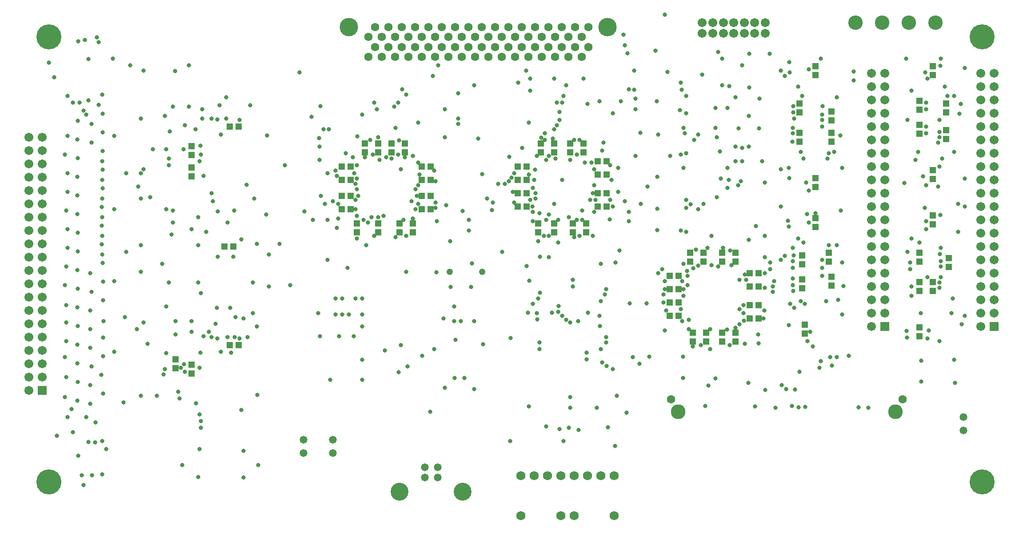
<source format=gbs>
%FSLAX24Y24*%
%MOIN*%
G70*
G01*
G75*
G04 Layer_Color=16711935*
G04 Layer_Color=16711935*
%ADD10C,0.0080*%
%ADD11R,0.0157X0.0846*%
%ADD12R,0.0157X0.0846*%
%ADD13R,0.0945X0.1024*%
%ADD14R,0.0650X0.0085*%
%ADD15R,0.0846X0.0157*%
%ADD16R,0.0394X0.0433*%
%ADD17R,0.0118X0.0610*%
%ADD18R,0.0846X0.0157*%
%ADD19R,0.0610X0.0118*%
%ADD20R,0.0600X0.0150*%
%ADD21O,0.0600X0.0150*%
%ADD22R,0.0236X0.0866*%
%ADD23R,0.0433X0.0394*%
%ADD24R,0.0866X0.0787*%
%ADD25R,0.0787X0.0866*%
%ADD26R,0.0157X0.0630*%
%ADD27R,0.0630X0.0157*%
%ADD28R,0.0709X0.0630*%
%ADD29R,0.0709X0.0709*%
%ADD30R,0.0512X0.0591*%
%ADD31R,0.0591X0.0512*%
%ADD32R,0.0807X0.0236*%
%ADD33R,0.1024X0.0945*%
%ADD34R,0.1000X0.1400*%
%ADD35R,0.0300X0.0600*%
%ADD36R,0.1417X0.0315*%
%ADD37R,0.1240X0.1360*%
%ADD38R,0.0173X0.0787*%
%ADD39R,0.0173X0.0787*%
%ADD40R,0.0984X0.2362*%
%ADD41O,0.0394X0.0170*%
%ADD42R,0.0394X0.0170*%
%ADD43R,0.0394X0.0236*%
%ADD44R,0.0177X0.0807*%
%ADD45R,0.0177X0.0807*%
%ADD46R,0.0571X0.0118*%
%ADD47C,0.0100*%
%ADD48C,0.0160*%
%ADD49C,0.0070*%
%ADD50C,0.0110*%
%ADD51C,0.0200*%
%ADD52C,0.0120*%
%ADD53C,0.0300*%
%ADD54C,0.0400*%
%ADD55C,0.0500*%
%ADD56C,0.1260*%
%ADD57C,0.1800*%
%ADD58C,0.0600*%
%ADD59R,0.0591X0.0591*%
%ADD60C,0.0591*%
%ADD61C,0.1300*%
%ADD62C,0.0550*%
%ADD63C,0.1024*%
%ADD64C,0.0551*%
%ADD65C,0.1000*%
%ADD66C,0.0250*%
%ADD67C,0.0079*%
%ADD68C,0.0098*%
%ADD69C,0.0060*%
%ADD70C,0.0098*%
%ADD71C,0.0039*%
%ADD72R,0.0079X0.0197*%
%ADD73R,0.0079X0.0197*%
%ADD74C,0.0020*%
%ADD75R,0.0197X0.0079*%
%ADD76R,0.0197X0.0079*%
%ADD77R,0.0079X0.0197*%
%ADD78R,0.0197X0.0079*%
%ADD79R,0.0237X0.0926*%
%ADD80R,0.0237X0.0926*%
%ADD81R,0.1025X0.1104*%
%ADD82R,0.0730X0.0165*%
%ADD83R,0.0926X0.0237*%
%ADD84R,0.0474X0.0513*%
%ADD85R,0.0198X0.0690*%
%ADD86R,0.0926X0.0237*%
%ADD87R,0.0690X0.0198*%
%ADD88R,0.0680X0.0230*%
%ADD89O,0.0680X0.0230*%
%ADD90R,0.0316X0.0946*%
%ADD91R,0.0513X0.0474*%
%ADD92R,0.0946X0.0867*%
%ADD93R,0.0867X0.0946*%
%ADD94R,0.0237X0.0710*%
%ADD95R,0.0710X0.0237*%
%ADD96R,0.0789X0.0710*%
%ADD97R,0.0789X0.0789*%
%ADD98R,0.0592X0.0671*%
%ADD99R,0.0671X0.0592*%
%ADD100R,0.0887X0.0316*%
%ADD101R,0.1104X0.1025*%
%ADD102R,0.1080X0.1480*%
%ADD103R,0.0380X0.0680*%
%ADD104R,0.1497X0.0395*%
%ADD105R,0.1320X0.1440*%
%ADD106R,0.0253X0.0867*%
%ADD107R,0.0253X0.0867*%
%ADD108R,0.1064X0.2442*%
%ADD109O,0.0474X0.0250*%
%ADD110R,0.0474X0.0250*%
%ADD111R,0.0474X0.0316*%
%ADD112R,0.0257X0.0887*%
%ADD113R,0.0257X0.0887*%
%ADD114R,0.0651X0.0198*%
%ADD115C,0.0480*%
%ADD116C,0.0580*%
%ADD117C,0.1340*%
%ADD118C,0.1880*%
%ADD119C,0.0680*%
%ADD120R,0.0671X0.0671*%
%ADD121C,0.0671*%
%ADD122C,0.1380*%
%ADD123C,0.0630*%
%ADD124C,0.1104*%
%ADD125C,0.0631*%
%ADD126C,0.1080*%
%ADD127C,0.0330*%
D84*
X87800Y50265D02*
D03*
Y50935D02*
D03*
Y59865D02*
D03*
Y60535D02*
D03*
Y48065D02*
D03*
Y48735D02*
D03*
Y61665D02*
D03*
Y62335D02*
D03*
X79000Y48265D02*
D03*
Y48935D02*
D03*
Y50065D02*
D03*
Y50735D02*
D03*
X78800Y59935D02*
D03*
Y59265D02*
D03*
Y61465D02*
D03*
Y62135D02*
D03*
X88800Y48735D02*
D03*
Y48065D02*
D03*
X90000Y49865D02*
D03*
Y50535D02*
D03*
X89800Y61465D02*
D03*
Y62135D02*
D03*
Y59465D02*
D03*
Y60135D02*
D03*
X71800Y44935D02*
D03*
Y44265D02*
D03*
X73000Y50265D02*
D03*
Y50935D02*
D03*
X71600D02*
D03*
Y50265D02*
D03*
X73000Y44265D02*
D03*
Y44935D02*
D03*
X70800D02*
D03*
Y44265D02*
D03*
X74000Y44935D02*
D03*
Y44265D02*
D03*
Y50265D02*
D03*
Y50935D02*
D03*
X70600Y50265D02*
D03*
Y50935D02*
D03*
X33200Y56665D02*
D03*
Y58935D02*
D03*
Y58265D02*
D03*
Y42535D02*
D03*
Y41865D02*
D03*
X60400Y53135D02*
D03*
Y52465D02*
D03*
X61600Y58465D02*
D03*
Y59135D02*
D03*
X60400D02*
D03*
Y58465D02*
D03*
X61800Y52465D02*
D03*
Y53135D02*
D03*
X59200D02*
D03*
Y52465D02*
D03*
X62800Y53135D02*
D03*
Y52465D02*
D03*
X59400Y58465D02*
D03*
Y59135D02*
D03*
X62600Y58465D02*
D03*
Y59135D02*
D03*
X48800Y52465D02*
D03*
Y53135D02*
D03*
X47200Y59135D02*
D03*
Y58465D02*
D03*
X48200D02*
D03*
Y59135D02*
D03*
X47200Y53135D02*
D03*
Y52465D02*
D03*
X45600Y53135D02*
D03*
Y52465D02*
D03*
X49800Y53135D02*
D03*
Y52465D02*
D03*
X46200Y58465D02*
D03*
Y59135D02*
D03*
X49200Y58465D02*
D03*
Y59135D02*
D03*
X32000Y42935D02*
D03*
X80000Y64935D02*
D03*
Y64265D02*
D03*
Y56535D02*
D03*
Y55865D02*
D03*
Y53535D02*
D03*
Y52865D02*
D03*
X79200Y45535D02*
D03*
Y44865D02*
D03*
X87800Y45335D02*
D03*
Y44665D02*
D03*
X88800Y53735D02*
D03*
Y53065D02*
D03*
Y57135D02*
D03*
Y56465D02*
D03*
Y64935D02*
D03*
Y64265D02*
D03*
X81200Y60865D02*
D03*
Y61535D02*
D03*
Y59935D02*
D03*
Y59265D02*
D03*
X81000Y50935D02*
D03*
Y50265D02*
D03*
X81200Y49135D02*
D03*
Y48465D02*
D03*
X32000Y42265D02*
D03*
X33200Y57335D02*
D03*
D91*
X75065Y47000D02*
D03*
X75735D02*
D03*
X69735Y48200D02*
D03*
X69065D02*
D03*
Y47200D02*
D03*
X69735D02*
D03*
X75735Y48400D02*
D03*
X75065D02*
D03*
X69735Y49200D02*
D03*
X69065D02*
D03*
X69735Y46200D02*
D03*
X69065D02*
D03*
X75065Y46000D02*
D03*
X75735D02*
D03*
X75065Y49400D02*
D03*
X75735D02*
D03*
X36065Y60400D02*
D03*
X36735D02*
D03*
X36335Y51400D02*
D03*
X63665Y55400D02*
D03*
X64335D02*
D03*
X58335Y56400D02*
D03*
X57665D02*
D03*
X64335Y56800D02*
D03*
X63665D02*
D03*
X58335Y54400D02*
D03*
X57665D02*
D03*
X58335Y57400D02*
D03*
X57665D02*
D03*
X63665Y57800D02*
D03*
X64335D02*
D03*
X63665Y54400D02*
D03*
X64335D02*
D03*
X51135Y56400D02*
D03*
X50465D02*
D03*
X44465Y55200D02*
D03*
X45135D02*
D03*
Y56400D02*
D03*
X44465D02*
D03*
X50465Y55200D02*
D03*
X51135D02*
D03*
X50465Y54200D02*
D03*
X51135D02*
D03*
X50465Y57400D02*
D03*
X51135D02*
D03*
X45135D02*
D03*
X44465D02*
D03*
X45135Y54200D02*
D03*
X44465D02*
D03*
X36065Y44000D02*
D03*
X36735D02*
D03*
X35665Y51400D02*
D03*
X58335Y55400D02*
D03*
X57665D02*
D03*
D115*
X52560Y49500D02*
D03*
X55000D02*
D03*
D116*
X51674Y34067D02*
D03*
X50689Y34854D02*
D03*
X51674D02*
D03*
X50689Y34067D02*
D03*
X41600Y35900D02*
D03*
Y36900D02*
D03*
X43800Y35900D02*
D03*
Y36900D02*
D03*
X91100Y37600D02*
D03*
Y38600D02*
D03*
D117*
X53552Y33000D02*
D03*
X48811D02*
D03*
D118*
X22500Y67130D02*
D03*
X92500D02*
D03*
Y33750D02*
D03*
X22500D02*
D03*
D119*
X64900Y34200D02*
D03*
X63900D02*
D03*
X62900D02*
D03*
X61900D02*
D03*
X64900Y31200D02*
D03*
X61900D02*
D03*
X59900Y34200D02*
D03*
X60900D02*
D03*
X58900D02*
D03*
X57900D02*
D03*
X60900Y31200D02*
D03*
X57900D02*
D03*
D120*
X22000Y40600D02*
D03*
X93400Y45400D02*
D03*
X85200D02*
D03*
D121*
X21000Y40600D02*
D03*
X22000Y41600D02*
D03*
X21000D02*
D03*
X22000Y42600D02*
D03*
X21000D02*
D03*
X22000Y43600D02*
D03*
X21000D02*
D03*
X22000Y44600D02*
D03*
X21000D02*
D03*
X22000Y45600D02*
D03*
X21000D02*
D03*
X22000Y46600D02*
D03*
X21000D02*
D03*
X22000Y47600D02*
D03*
X21000D02*
D03*
X22000Y48600D02*
D03*
X21000D02*
D03*
X22000Y49600D02*
D03*
X21000D02*
D03*
X22000Y50600D02*
D03*
X21000D02*
D03*
X22000Y51600D02*
D03*
X21000D02*
D03*
X22000Y52600D02*
D03*
X21000D02*
D03*
X22000Y53600D02*
D03*
X21000D02*
D03*
X22000Y54600D02*
D03*
X21000D02*
D03*
X22000Y55600D02*
D03*
X21000D02*
D03*
X22000Y56600D02*
D03*
X21000D02*
D03*
X22000Y57600D02*
D03*
X21000D02*
D03*
X22000Y58600D02*
D03*
X21000D02*
D03*
X22000Y59600D02*
D03*
X21000D02*
D03*
X92400Y64400D02*
D03*
X93400D02*
D03*
X92400Y63400D02*
D03*
X93400D02*
D03*
X92400Y62400D02*
D03*
X93400D02*
D03*
X92400Y61400D02*
D03*
X93400D02*
D03*
X92400Y60400D02*
D03*
X93400D02*
D03*
X92400Y59400D02*
D03*
X93400D02*
D03*
X92400Y58400D02*
D03*
X93400D02*
D03*
X92400Y57400D02*
D03*
X93400D02*
D03*
X92400Y56400D02*
D03*
X93400D02*
D03*
X92400Y55400D02*
D03*
X93400D02*
D03*
X92400Y54400D02*
D03*
X93400D02*
D03*
X92400Y53400D02*
D03*
X93400D02*
D03*
X92400Y52400D02*
D03*
X93400D02*
D03*
X92400Y51400D02*
D03*
X93400D02*
D03*
X92400Y50400D02*
D03*
X93400D02*
D03*
X92400Y49400D02*
D03*
X93400D02*
D03*
X92400Y48400D02*
D03*
X93400D02*
D03*
X92400Y47400D02*
D03*
X93400D02*
D03*
X92400Y46400D02*
D03*
X93400D02*
D03*
X92400Y45400D02*
D03*
X84200Y64400D02*
D03*
X85200D02*
D03*
X84200Y63400D02*
D03*
X85200D02*
D03*
X84200Y62400D02*
D03*
X85200D02*
D03*
X84200Y61400D02*
D03*
X85200D02*
D03*
X84200Y60400D02*
D03*
X85200D02*
D03*
X84200Y59400D02*
D03*
X85200D02*
D03*
X84200Y58400D02*
D03*
X85200D02*
D03*
X84200Y57400D02*
D03*
X85200D02*
D03*
X84200Y56400D02*
D03*
X85200D02*
D03*
X84200Y55400D02*
D03*
X85200D02*
D03*
X84200Y54400D02*
D03*
X85200D02*
D03*
X84200Y53400D02*
D03*
X85200D02*
D03*
X84200Y52400D02*
D03*
X85200D02*
D03*
X84200Y51400D02*
D03*
X85200D02*
D03*
X84200Y50400D02*
D03*
X85200D02*
D03*
X84200Y49400D02*
D03*
X85200D02*
D03*
X84200Y48400D02*
D03*
X85200D02*
D03*
X84200Y47400D02*
D03*
X85200D02*
D03*
X84200Y46400D02*
D03*
X85200D02*
D03*
X84200Y45400D02*
D03*
X76240Y68200D02*
D03*
Y67413D02*
D03*
X75453Y68200D02*
D03*
Y67413D02*
D03*
X74665Y68200D02*
D03*
Y67413D02*
D03*
X73878Y68200D02*
D03*
Y67413D02*
D03*
X73090Y68200D02*
D03*
Y67413D02*
D03*
X72303Y68200D02*
D03*
Y67413D02*
D03*
X71516Y68200D02*
D03*
Y67413D02*
D03*
D122*
X45000Y67880D02*
D03*
X64420D02*
D03*
D123*
X62960D02*
D03*
X62460Y67130D02*
D03*
X61960Y67880D02*
D03*
X61460Y67130D02*
D03*
X60460D02*
D03*
X59960Y67880D02*
D03*
X59460Y67130D02*
D03*
X58960Y67880D02*
D03*
X58460Y67130D02*
D03*
X57960Y67880D02*
D03*
X57460Y67130D02*
D03*
X56960Y67880D02*
D03*
X56460Y67130D02*
D03*
X55960Y67880D02*
D03*
X55460Y67130D02*
D03*
X54960Y67880D02*
D03*
X54460Y67130D02*
D03*
X53960Y67880D02*
D03*
X52460Y67130D02*
D03*
X51960Y67880D02*
D03*
X50460Y67130D02*
D03*
X49960Y67880D02*
D03*
X48460Y67130D02*
D03*
X46960Y67880D02*
D03*
X46460Y67130D02*
D03*
X62460Y65630D02*
D03*
X61960Y66380D02*
D03*
X61460Y65630D02*
D03*
X60960Y66380D02*
D03*
X60460Y65630D02*
D03*
X59960Y66380D02*
D03*
X59460Y65630D02*
D03*
X58960Y66380D02*
D03*
X58460Y65630D02*
D03*
X57960Y66380D02*
D03*
X57460Y65630D02*
D03*
X56960Y66380D02*
D03*
X56460Y65630D02*
D03*
X55960Y66380D02*
D03*
X55460Y65630D02*
D03*
X54960Y66380D02*
D03*
X54460Y65630D02*
D03*
X53960Y66380D02*
D03*
X53460Y65630D02*
D03*
X52960Y66380D02*
D03*
X52460Y65630D02*
D03*
X51960Y66380D02*
D03*
X51460Y65630D02*
D03*
X50960Y66380D02*
D03*
X50460Y65630D02*
D03*
X49960Y66380D02*
D03*
X49460Y65630D02*
D03*
X48960Y66380D02*
D03*
X48460Y65630D02*
D03*
X47960Y66380D02*
D03*
X47460Y65630D02*
D03*
X46960Y66380D02*
D03*
X46460Y65630D02*
D03*
X48960Y67880D02*
D03*
X49460Y67130D02*
D03*
X50960Y67880D02*
D03*
X51460Y67130D02*
D03*
X52960Y67880D02*
D03*
X53460Y67130D02*
D03*
X60960Y67880D02*
D03*
X47460Y67130D02*
D03*
X47960Y67880D02*
D03*
X62960Y66380D02*
D03*
D124*
X69713Y39000D02*
D03*
X86000D02*
D03*
D125*
X86531Y39945D02*
D03*
X69181D02*
D03*
D126*
X89000Y68200D02*
D03*
X87000D02*
D03*
X85000D02*
D03*
X83000D02*
D03*
D127*
X31981Y64581D02*
D03*
X33000Y65000D02*
D03*
X37090Y34090D02*
D03*
X38200Y35000D02*
D03*
X37090Y36090D02*
D03*
X54169Y48369D02*
D03*
X52632D02*
D03*
X52100Y46000D02*
D03*
X52900Y46900D02*
D03*
X53400Y45800D02*
D03*
X54400D02*
D03*
X74232Y60269D02*
D03*
X75000Y61200D02*
D03*
X75768Y60269D02*
D03*
X76000Y57800D02*
D03*
X75000Y58900D02*
D03*
X74500Y58800D02*
D03*
Y57800D02*
D03*
X74000Y58900D02*
D03*
Y57800D02*
D03*
X46000Y47500D02*
D03*
Y46300D02*
D03*
X45500Y47500D02*
D03*
X44500D02*
D03*
Y46300D02*
D03*
X44000Y47500D02*
D03*
Y46300D02*
D03*
X48724Y41976D02*
D03*
X42300Y53400D02*
D03*
X34700Y44600D02*
D03*
X34500Y45000D02*
D03*
X34120Y44680D02*
D03*
X31300Y43400D02*
D03*
X33535Y39635D02*
D03*
X33865Y43435D02*
D03*
X35400Y59800D02*
D03*
X35144Y60944D02*
D03*
X50000Y55700D02*
D03*
X49800Y58200D02*
D03*
X48700Y62200D02*
D03*
X49700Y54800D02*
D03*
X60400Y54600D02*
D03*
X61000Y56400D02*
D03*
X62700Y57700D02*
D03*
X63200D02*
D03*
X81600Y51500D02*
D03*
X87200Y47700D02*
D03*
Y48400D02*
D03*
X87100Y49700D02*
D03*
X88400Y49100D02*
D03*
X86900Y51000D02*
D03*
X87100Y50200D02*
D03*
X87807Y51693D02*
D03*
X87511Y57911D02*
D03*
X87707Y58507D02*
D03*
X88300Y59900D02*
D03*
Y60400D02*
D03*
X86900Y60900D02*
D03*
X88300Y62200D02*
D03*
Y61700D02*
D03*
X51565Y49465D02*
D03*
X47714Y43614D02*
D03*
X48500Y52100D02*
D03*
X49300Y49500D02*
D03*
X59800Y37900D02*
D03*
X82500Y43200D02*
D03*
X90984Y45584D02*
D03*
X86828Y45072D02*
D03*
X88072Y56672D02*
D03*
X91200Y56500D02*
D03*
Y54400D02*
D03*
X90700Y54600D02*
D03*
X91200Y46200D02*
D03*
Y64800D02*
D03*
X77700Y50700D02*
D03*
X77400Y50400D02*
D03*
X79800Y43900D02*
D03*
X77400Y57200D02*
D03*
X78000Y57300D02*
D03*
X78028Y56528D02*
D03*
X77400Y54400D02*
D03*
X77928Y53328D02*
D03*
X78000Y52900D02*
D03*
Y45500D02*
D03*
X77700Y64200D02*
D03*
X79500Y64700D02*
D03*
X79100Y58000D02*
D03*
Y51700D02*
D03*
X79200Y47100D02*
D03*
X77400Y64600D02*
D03*
X87200Y52000D02*
D03*
Y63100D02*
D03*
X86860Y44560D02*
D03*
X86660Y56160D02*
D03*
X88300Y53300D02*
D03*
X89296Y44304D02*
D03*
X89200Y55900D02*
D03*
X88228Y64472D02*
D03*
X78306Y49794D02*
D03*
X78339Y48061D02*
D03*
X78300Y48500D02*
D03*
X78306Y49006D02*
D03*
X78300Y51300D02*
D03*
Y50300D02*
D03*
X78361Y50739D02*
D03*
X78907Y58507D02*
D03*
X78265Y59265D02*
D03*
X78300Y59900D02*
D03*
Y60300D02*
D03*
X78335Y61465D02*
D03*
X78400Y61000D02*
D03*
X78339Y61939D02*
D03*
X89411Y51311D02*
D03*
X89339Y50839D02*
D03*
X89400Y50300D02*
D03*
X89406Y49894D02*
D03*
Y49106D02*
D03*
X89300Y48700D02*
D03*
Y48300D02*
D03*
X90300Y47500D02*
D03*
X90800Y61390D02*
D03*
X89200Y59200D02*
D03*
X90400Y58500D02*
D03*
Y62700D02*
D03*
X90900Y62100D02*
D03*
X89893Y62693D02*
D03*
X89300Y60900D02*
D03*
Y59600D02*
D03*
Y60000D02*
D03*
X54000Y53400D02*
D03*
X53535Y54065D02*
D03*
X52300Y54500D02*
D03*
X50200Y60700D02*
D03*
X53200Y61000D02*
D03*
X66065Y47135D02*
D03*
X67335D02*
D03*
X48500Y60300D02*
D03*
X68603Y47797D02*
D03*
X70000Y45800D02*
D03*
X68800Y46600D02*
D03*
X68600Y47200D02*
D03*
X69900Y46700D02*
D03*
X68700Y48200D02*
D03*
X70100D02*
D03*
X68700Y48800D02*
D03*
X70000D02*
D03*
X71022Y51178D02*
D03*
X70100Y50100D02*
D03*
X71219Y49981D02*
D03*
X71900Y51300D02*
D03*
X72700Y49900D02*
D03*
X73058Y51300D02*
D03*
X73600Y51100D02*
D03*
X73700Y50000D02*
D03*
X71731Y39431D02*
D03*
X76231Y40631D02*
D03*
X77000Y39300D02*
D03*
X77800Y40700D02*
D03*
X78231Y39431D02*
D03*
X78481Y40681D02*
D03*
X78731Y39331D02*
D03*
X79231Y39369D02*
D03*
X83231Y39331D02*
D03*
X83981Y39319D02*
D03*
X76200Y50600D02*
D03*
X76600Y50200D02*
D03*
X81600Y43100D02*
D03*
X76600Y49700D02*
D03*
X81100Y43100D02*
D03*
X76900Y48800D02*
D03*
X81231Y42469D02*
D03*
X76800Y48400D02*
D03*
X80400Y42800D02*
D03*
X80300Y42300D02*
D03*
X76800Y48000D02*
D03*
X74300Y46700D02*
D03*
X78800Y42000D02*
D03*
X74600Y46400D02*
D03*
X77481Y41019D02*
D03*
X74628Y45828D02*
D03*
X74300Y45563D02*
D03*
X75731Y44131D02*
D03*
X76200Y49400D02*
D03*
X74800Y48900D02*
D03*
X76200Y48300D02*
D03*
X74600Y47000D02*
D03*
X76184Y46616D02*
D03*
X76100Y46000D02*
D03*
X74700Y44100D02*
D03*
X73581Y44019D02*
D03*
X72100Y43700D02*
D03*
X74000Y45300D02*
D03*
X73384Y45184D02*
D03*
X72100Y45200D02*
D03*
X71400Y44000D02*
D03*
X70800Y43900D02*
D03*
X70500Y45200D02*
D03*
X62200Y45800D02*
D03*
X66000Y54000D02*
D03*
X65700Y54800D02*
D03*
X65200Y55500D02*
D03*
X66900Y54600D02*
D03*
X64300Y44200D02*
D03*
Y44600D02*
D03*
X64200Y47800D02*
D03*
X58551Y48849D02*
D03*
X58351Y49951D02*
D03*
X63900Y47300D02*
D03*
X58800Y47100D02*
D03*
X58449Y46449D02*
D03*
X57149Y44551D02*
D03*
X63400Y56000D02*
D03*
X59200Y47500D02*
D03*
X59350Y47950D02*
D03*
X59300Y44200D02*
D03*
Y43700D02*
D03*
X61800Y48900D02*
D03*
X60750Y46950D02*
D03*
X59100Y46400D02*
D03*
X59150Y45950D02*
D03*
X62950Y46450D02*
D03*
X63800Y46200D02*
D03*
X63850Y45450D02*
D03*
X63900Y43700D02*
D03*
X62850Y43450D02*
D03*
Y42950D02*
D03*
X64800Y42200D02*
D03*
X64350Y42450D02*
D03*
X63500Y54900D02*
D03*
X64000Y42700D02*
D03*
X66000Y53300D02*
D03*
X61600Y45700D02*
D03*
X63100Y54900D02*
D03*
X61300Y45900D02*
D03*
X65000Y50200D02*
D03*
X61000Y46200D02*
D03*
X65300Y51100D02*
D03*
X60700Y46500D02*
D03*
X61800Y48400D02*
D03*
X61500Y53600D02*
D03*
X34700Y55400D02*
D03*
X26500Y50800D02*
D03*
X35809Y62591D02*
D03*
X34700Y61000D02*
D03*
X37600Y62000D02*
D03*
X35300D02*
D03*
X35800Y61000D02*
D03*
X32600Y58700D02*
D03*
X32700Y42000D02*
D03*
X33800Y42300D02*
D03*
X32632Y42568D02*
D03*
X36952Y51948D02*
D03*
X38800Y53800D02*
D03*
X37900Y55000D02*
D03*
X35160Y50640D02*
D03*
X39800Y51600D02*
D03*
X39000Y48400D02*
D03*
Y50800D02*
D03*
X38100Y51600D02*
D03*
X60000Y53800D02*
D03*
X59800Y53400D02*
D03*
X59300Y53900D02*
D03*
X58800Y54000D02*
D03*
X55387Y55013D02*
D03*
X57213Y56587D02*
D03*
X58891Y56391D02*
D03*
X60500Y58013D02*
D03*
X60300Y59500D02*
D03*
X60800Y61500D02*
D03*
X61100Y62700D02*
D03*
X61600Y57900D02*
D03*
X57400Y56900D02*
D03*
X58500Y56800D02*
D03*
X58600Y54900D02*
D03*
X58778Y54422D02*
D03*
X57400Y54700D02*
D03*
X58800Y53300D02*
D03*
X59622Y52222D02*
D03*
X60000Y52200D02*
D03*
X60700Y53400D02*
D03*
X61900Y52100D02*
D03*
X62100Y53400D02*
D03*
X62500D02*
D03*
X63300Y52200D02*
D03*
X62300D02*
D03*
X64562Y53438D02*
D03*
X63300Y55400D02*
D03*
X63400Y54000D02*
D03*
X64800Y54400D02*
D03*
X64600Y54900D02*
D03*
X64691Y56391D02*
D03*
X63400Y57200D02*
D03*
X64600Y57500D02*
D03*
X62300Y59400D02*
D03*
X62100Y58300D02*
D03*
X61900Y59400D02*
D03*
X60000Y58200D02*
D03*
X59100D02*
D03*
X59700Y59400D02*
D03*
X47300Y57900D02*
D03*
X47800Y58100D02*
D03*
X45600Y56500D02*
D03*
X45400Y56900D02*
D03*
X44000Y57100D02*
D03*
X50000Y54200D02*
D03*
X51500Y54700D02*
D03*
X50200Y56000D02*
D03*
X51500Y56300D02*
D03*
X49800Y53500D02*
D03*
X49300Y52200D02*
D03*
X49100Y53400D02*
D03*
X47200Y53600D02*
D03*
X46900Y52200D02*
D03*
X45600Y52000D02*
D03*
X44200Y53500D02*
D03*
X45500Y54200D02*
D03*
X44219Y54619D02*
D03*
X45500Y54900D02*
D03*
Y56100D02*
D03*
X44100Y56700D02*
D03*
X45600Y57500D02*
D03*
X51500Y54300D02*
D03*
X50200Y54600D02*
D03*
X50100Y55200D02*
D03*
X50300Y56800D02*
D03*
X50200Y57700D02*
D03*
X51400Y57100D02*
D03*
X48700Y58300D02*
D03*
X48784Y59384D02*
D03*
X49200Y58100D02*
D03*
X48200Y58000D02*
D03*
X46800Y58300D02*
D03*
X47200Y59600D02*
D03*
X46200Y58100D02*
D03*
X46600Y59400D02*
D03*
X23900Y51300D02*
D03*
X26500Y57800D02*
D03*
Y52200D02*
D03*
Y53600D02*
D03*
Y55000D02*
D03*
Y56400D02*
D03*
X26240Y62040D02*
D03*
X23900Y52700D02*
D03*
X25300Y61300D02*
D03*
X23800Y54100D02*
D03*
X25100Y61600D02*
D03*
X23900Y55500D02*
D03*
X25472Y62372D02*
D03*
X23900Y56900D02*
D03*
X24800Y62200D02*
D03*
X23700Y58300D02*
D03*
X24300Y62200D02*
D03*
X23900Y59700D02*
D03*
Y62700D02*
D03*
X25200Y66900D02*
D03*
X24704Y35696D02*
D03*
X26800Y36200D02*
D03*
X23812Y49912D02*
D03*
X23700Y48500D02*
D03*
X26000Y38200D02*
D03*
X26496Y36804D02*
D03*
X23800Y47000D02*
D03*
Y45700D02*
D03*
X25984Y36716D02*
D03*
X23800Y44300D02*
D03*
X25300Y38600D02*
D03*
X23700Y43100D02*
D03*
X25472Y36728D02*
D03*
X23800Y41600D02*
D03*
X24200Y39200D02*
D03*
X23712Y40112D02*
D03*
X23900Y38600D02*
D03*
X36800Y60900D02*
D03*
X37335Y56035D02*
D03*
X34100Y56700D02*
D03*
X33900Y58300D02*
D03*
X33868Y58968D02*
D03*
X28100Y39700D02*
D03*
X32220Y40520D02*
D03*
X32300Y40000D02*
D03*
X28200Y46100D02*
D03*
X30600Y40200D02*
D03*
X31500Y48700D02*
D03*
X25600Y39600D02*
D03*
X33900Y37800D02*
D03*
X25600Y41000D02*
D03*
X33900Y38300D02*
D03*
X25700Y42400D02*
D03*
X33800Y38800D02*
D03*
X25600Y43800D02*
D03*
Y45200D02*
D03*
Y46600D02*
D03*
X25700Y48000D02*
D03*
X25600Y49400D02*
D03*
X27400Y43500D02*
D03*
X29100Y45200D02*
D03*
X27400Y48800D02*
D03*
X31000Y50100D02*
D03*
X33900Y47900D02*
D03*
X28300Y51000D02*
D03*
Y56900D02*
D03*
X31700Y52300D02*
D03*
X30300Y58700D02*
D03*
X33709Y48691D02*
D03*
X31300Y54200D02*
D03*
X33200Y52700D02*
D03*
X31800Y53200D02*
D03*
X27400Y54200D02*
D03*
X34300Y52500D02*
D03*
X31576Y60024D02*
D03*
X33700Y53600D02*
D03*
X27400Y59700D02*
D03*
X24656Y60856D02*
D03*
X24644Y59456D02*
D03*
X24656Y58056D02*
D03*
X24644Y56656D02*
D03*
Y55256D02*
D03*
Y53856D02*
D03*
X24656Y52456D02*
D03*
Y51056D02*
D03*
X24644Y49656D02*
D03*
X24656Y48256D02*
D03*
X24644Y46856D02*
D03*
X24656Y45456D02*
D03*
X24644Y44056D02*
D03*
Y42656D02*
D03*
X24656Y41256D02*
D03*
X24644Y39856D02*
D03*
X25700Y60600D02*
D03*
X31300Y58700D02*
D03*
X31500Y58000D02*
D03*
X25700Y59200D02*
D03*
X31500Y57500D02*
D03*
X29420Y56920D02*
D03*
X29200Y55900D02*
D03*
X30100Y55100D02*
D03*
X31800Y54100D02*
D03*
X46422Y53222D02*
D03*
X37809Y48691D02*
D03*
X44100Y52800D02*
D03*
X46300Y51500D02*
D03*
X46100Y53400D02*
D03*
X45600Y53700D02*
D03*
Y55700D02*
D03*
X43800Y54800D02*
D03*
X45700Y55200D02*
D03*
X38865Y59735D02*
D03*
X40200Y57500D02*
D03*
X26100Y67100D02*
D03*
X25472Y65472D02*
D03*
X26496Y62804D02*
D03*
X35100Y46800D02*
D03*
X37800Y46400D02*
D03*
X36100Y46800D02*
D03*
X31300Y46900D02*
D03*
X35000Y45600D02*
D03*
X36500Y46100D02*
D03*
X35912Y44600D02*
D03*
X36424D02*
D03*
X35144Y44500D02*
D03*
X38100Y45400D02*
D03*
X37100Y46000D02*
D03*
X37391Y44609D02*
D03*
X36800Y44500D02*
D03*
X36168Y43432D02*
D03*
X35400Y43500D02*
D03*
X31100Y41800D02*
D03*
X31200Y42223D02*
D03*
X33200Y45800D02*
D03*
X32000D02*
D03*
X25728Y34228D02*
D03*
X24311Y37489D02*
D03*
X29400Y61000D02*
D03*
Y55000D02*
D03*
Y49500D02*
D03*
X29900Y44100D02*
D03*
X36935Y39135D02*
D03*
X38135Y40265D02*
D03*
X42700Y46400D02*
D03*
X43200Y54600D02*
D03*
X42909Y55209D02*
D03*
X40600Y48500D02*
D03*
X35174Y54026D02*
D03*
X34800Y54800D02*
D03*
X41672Y54028D02*
D03*
X27300Y65500D02*
D03*
X23100Y37200D02*
D03*
X22900Y64100D02*
D03*
X43400Y50400D02*
D03*
Y53400D02*
D03*
X22500Y65200D02*
D03*
X25100Y33500D02*
D03*
X72200Y50000D02*
D03*
Y52200D02*
D03*
X71613Y54613D02*
D03*
X71200Y54200D02*
D03*
Y59800D02*
D03*
X70825Y49775D02*
D03*
X70900Y59400D02*
D03*
X70628Y54572D02*
D03*
X57100Y36800D02*
D03*
X61100D02*
D03*
X62226Y37626D02*
D03*
X64974Y36426D02*
D03*
X64453Y37847D02*
D03*
X61600Y39300D02*
D03*
Y40100D02*
D03*
X65100Y40200D02*
D03*
X65835Y38935D02*
D03*
X60800Y37700D02*
D03*
X61500Y37800D02*
D03*
X63600Y39300D02*
D03*
X47600Y53700D02*
D03*
X58500Y39400D02*
D03*
X46700Y53600D02*
D03*
X64000Y58600D02*
D03*
X74700Y49300D02*
D03*
X69100Y58200D02*
D03*
X68700Y45100D02*
D03*
X68200Y59800D02*
D03*
X59800Y57900D02*
D03*
X59425Y59575D02*
D03*
X59700Y59900D02*
D03*
X60400Y60200D02*
D03*
X60600Y60500D02*
D03*
X61000Y62200D02*
D03*
X60800Y60900D02*
D03*
X60600Y62200D02*
D03*
X58500Y60700D02*
D03*
X58978Y57178D02*
D03*
X57035Y58135D02*
D03*
X55000Y56850D02*
D03*
X64800Y61400D02*
D03*
X62900Y62100D02*
D03*
X55800Y54700D02*
D03*
X55735Y54135D02*
D03*
X59200Y51800D02*
D03*
X60000Y50600D02*
D03*
X60700Y51700D02*
D03*
X56500Y51000D02*
D03*
X59335Y50635D02*
D03*
X66865Y59935D02*
D03*
X62600Y64000D02*
D03*
X64100Y59200D02*
D03*
X57700Y63700D02*
D03*
X51600Y53300D02*
D03*
X49300Y62800D02*
D03*
X52200Y59600D02*
D03*
X53200Y62900D02*
D03*
X46000Y61300D02*
D03*
X47100Y61700D02*
D03*
X43500Y60200D02*
D03*
X43100D02*
D03*
X44778Y58422D02*
D03*
X42800Y58900D02*
D03*
X45300Y58100D02*
D03*
X42800Y57900D02*
D03*
X43400Y56900D02*
D03*
X42765Y59535D02*
D03*
X45635Y59665D02*
D03*
X46900Y62200D02*
D03*
X49000Y63200D02*
D03*
X54400Y63500D02*
D03*
X52600Y51800D02*
D03*
X54000Y52600D02*
D03*
X58000Y58800D02*
D03*
X61300Y63500D02*
D03*
X54235Y50135D02*
D03*
X54700Y59500D02*
D03*
X53200Y60600D02*
D03*
X58600Y64000D02*
D03*
X60400D02*
D03*
X58300Y64600D02*
D03*
X63800Y62300D02*
D03*
X65200Y57300D02*
D03*
X48900Y57200D02*
D03*
X48400Y61900D02*
D03*
X71500Y64300D02*
D03*
X66500Y58200D02*
D03*
X71981Y40981D02*
D03*
X72500Y41500D02*
D03*
X74981Y41181D02*
D03*
X75700Y44800D02*
D03*
X75481Y39419D02*
D03*
X80396Y65496D02*
D03*
X78700Y63400D02*
D03*
X78072Y64472D02*
D03*
X78040Y65240D02*
D03*
X81996Y57296D02*
D03*
X79300Y56200D02*
D03*
X79500Y55600D02*
D03*
X81896Y54096D02*
D03*
X80000Y53900D02*
D03*
X79360Y53840D02*
D03*
X79500Y53200D02*
D03*
X78711Y52011D02*
D03*
X81996Y46296D02*
D03*
X79400Y44300D02*
D03*
X79600Y45000D02*
D03*
X80500Y61300D02*
D03*
X81600Y62600D02*
D03*
X80539Y61939D02*
D03*
X80500Y60900D02*
D03*
Y60400D02*
D03*
X81866Y59734D02*
D03*
X81400Y58500D02*
D03*
X82000Y50200D02*
D03*
X81000Y51500D02*
D03*
X80500Y50400D02*
D03*
X81700Y47400D02*
D03*
X80500Y49200D02*
D03*
X80494Y49794D02*
D03*
X80800Y47300D02*
D03*
X82100Y48450D02*
D03*
X81000Y58400D02*
D03*
X80900Y58000D02*
D03*
X89384Y64984D02*
D03*
X86804Y65496D02*
D03*
X88400Y64000D02*
D03*
X89700Y63400D02*
D03*
X89404Y65496D02*
D03*
X88300Y56000D02*
D03*
X89300Y57400D02*
D03*
X89500Y58000D02*
D03*
X89384Y53784D02*
D03*
X90696Y52504D02*
D03*
X88300Y52700D02*
D03*
X88196Y54296D02*
D03*
X88400Y44500D02*
D03*
X88500Y45100D02*
D03*
X90200Y46400D02*
D03*
X87900D02*
D03*
X44260Y44660D02*
D03*
X42840D02*
D03*
X43600Y41400D02*
D03*
X46000D02*
D03*
Y42900D02*
D03*
X45360Y44660D02*
D03*
X46000Y45400D02*
D03*
X55060Y44060D02*
D03*
X54400Y40700D02*
D03*
X53660Y41540D02*
D03*
X52940D02*
D03*
X52200Y40800D02*
D03*
X53000Y44400D02*
D03*
X51400Y43700D02*
D03*
X70060Y43140D02*
D03*
Y41540D02*
D03*
X67540Y43140D02*
D03*
X66800Y42600D02*
D03*
X76200Y56200D02*
D03*
Y52200D02*
D03*
X75540Y52940D02*
D03*
X72600Y55100D02*
D03*
X73400Y55800D02*
D03*
X70300Y54900D02*
D03*
X68149Y56649D02*
D03*
Y52649D02*
D03*
Y54249D02*
D03*
X67409Y55909D02*
D03*
X72840Y58540D02*
D03*
X72500Y60300D02*
D03*
Y61800D02*
D03*
X75040Y63340D02*
D03*
X75800Y62500D02*
D03*
X76560Y65860D02*
D03*
X32991Y61891D02*
D03*
X32700Y60500D02*
D03*
X33500Y60200D02*
D03*
X34000Y61000D02*
D03*
Y61700D02*
D03*
X29400Y40200D02*
D03*
Y51500D02*
D03*
X29600Y45700D02*
D03*
X31991Y44809D02*
D03*
X29600Y57200D02*
D03*
X28600Y65000D02*
D03*
X29619Y64619D02*
D03*
X31200Y61200D02*
D03*
X31809Y61891D02*
D03*
X32500Y35000D02*
D03*
X32400Y42300D02*
D03*
X33200Y45000D02*
D03*
X33710Y34110D02*
D03*
X33800Y36200D02*
D03*
Y57800D02*
D03*
X59000Y55000D02*
D03*
X58994Y55406D02*
D03*
X57000Y56300D02*
D03*
X56700Y56100D02*
D03*
X57300Y55500D02*
D03*
X52200Y61700D02*
D03*
X56200Y56100D02*
D03*
X58800Y55800D02*
D03*
X51300Y64200D02*
D03*
X51700Y65000D02*
D03*
X26532Y61368D02*
D03*
Y59968D02*
D03*
Y58568D02*
D03*
Y57168D02*
D03*
Y55768D02*
D03*
X26468Y54368D02*
D03*
Y52968D02*
D03*
Y51568D02*
D03*
X26532Y50168D02*
D03*
X26568Y48768D02*
D03*
Y47368D02*
D03*
X26600Y45800D02*
D03*
X26568Y44568D02*
D03*
Y43168D02*
D03*
X26432Y41768D02*
D03*
X26568Y40368D02*
D03*
X62500Y54100D02*
D03*
X63900Y50100D02*
D03*
X66300Y43100D02*
D03*
X58600Y63100D02*
D03*
X51100Y39000D02*
D03*
X49400Y42400D02*
D03*
X48900Y44000D02*
D03*
X50500Y43200D02*
D03*
X36335Y50635D02*
D03*
X33700Y51500D02*
D03*
X35902Y53202D02*
D03*
X36400Y54100D02*
D03*
X52900Y45800D02*
D03*
X60250Y46450D02*
D03*
X64300Y48200D02*
D03*
X78100Y47100D02*
D03*
X78400Y46800D02*
D03*
X45000Y46300D02*
D03*
X44900Y49820D02*
D03*
X78900Y47300D02*
D03*
X79000Y62700D02*
D03*
X42880Y61940D02*
D03*
X41320Y64460D02*
D03*
X42200Y61140D02*
D03*
X90400Y42900D02*
D03*
X87940Y42840D02*
D03*
X90460Y41160D02*
D03*
X87940Y41260D02*
D03*
X82865Y64535D02*
D03*
Y63865D02*
D03*
X26240Y66740D02*
D03*
X24704Y66796D02*
D03*
X26496Y34304D02*
D03*
X24960Y34240D02*
D03*
X68700Y68800D02*
D03*
X68500Y49700D02*
D03*
X68200Y49400D02*
D03*
X70400Y49200D02*
D03*
Y48500D02*
D03*
X70100Y47700D02*
D03*
X68000Y66100D02*
D03*
X65900Y65900D02*
D03*
X66400Y64600D02*
D03*
X65700Y66500D02*
D03*
X65600Y67300D02*
D03*
X69852Y61648D02*
D03*
X66416Y63184D02*
D03*
X68900Y64500D02*
D03*
X72700Y66000D02*
D03*
X69984Y63184D02*
D03*
X73000Y65500D02*
D03*
X65400Y62300D02*
D03*
X75040Y65860D02*
D03*
X70300Y62700D02*
D03*
X74500Y65000D02*
D03*
X73000Y63500D02*
D03*
X73535Y63435D02*
D03*
X74400Y56300D02*
D03*
X73400Y57300D02*
D03*
X70300Y58400D02*
D03*
X70100Y57300D02*
D03*
X69900Y52600D02*
D03*
X70300Y52500D02*
D03*
Y61400D02*
D03*
X70368Y49569D02*
D03*
X70300Y54300D02*
D03*
X74000Y62600D02*
D03*
X70500Y45900D02*
D03*
X73400Y61800D02*
D03*
X75000Y51900D02*
D03*
X73500Y56400D02*
D03*
X69900Y58300D02*
D03*
X66500Y61700D02*
D03*
Y62500D02*
D03*
X74200Y56000D02*
D03*
X72600Y59600D02*
D03*
X70100Y60300D02*
D03*
X68100Y62300D02*
D03*
X66000Y63200D02*
D03*
X74300Y48900D02*
D03*
X72900Y56500D02*
D03*
X70200Y59900D02*
D03*
X69900Y63700D02*
D03*
M02*

</source>
